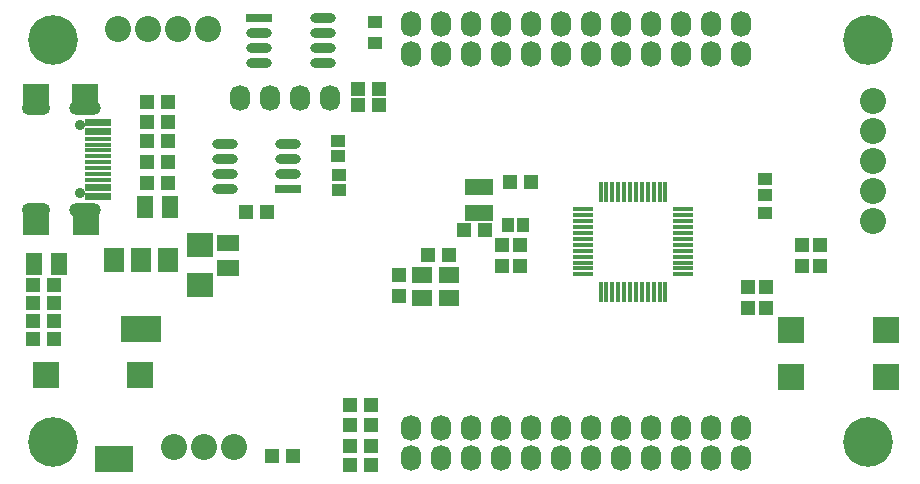
<source format=gts>
G04 Layer_Color=8388736*
%FSLAX44Y44*%
%MOMM*%
G71*
G01*
G75*
%ADD55R,1.2400X0.9900*%
%ADD56R,0.9900X1.2400*%
%ADD57R,2.2032X0.4532*%
%ADD58R,2.2032X2.0032*%
%ADD59R,3.2032X2.2032*%
%ADD60R,1.2032X1.2032*%
%ADD61R,1.2032X1.2032*%
%ADD62R,2.2032X2.2032*%
%ADD63R,1.7032X1.4032*%
%ADD64O,2.2032X0.8032*%
%ADD65R,2.2032X0.8032*%
%ADD66R,1.4032X1.8332*%
%ADD67R,3.4032X2.2032*%
%ADD68R,1.7032X2.0032*%
%ADD69R,1.8032X0.4532*%
%ADD70R,0.4532X1.8032*%
%ADD71O,0.4032X0.5032*%
%ADD72O,0.5032X0.4032*%
%ADD73R,1.8332X1.4032*%
%ADD74R,2.4032X1.4032*%
%ADD75O,2.4032X1.2032*%
%ADD76O,2.7032X1.2032*%
%ADD77C,0.9032*%
%ADD78O,1.7032X2.2032*%
%ADD79C,2.2032*%
%ADD80C,4.2032*%
D55*
X271178Y-115048D02*
D03*
Y-127748D02*
D03*
X271560Y-156704D02*
D03*
Y-144004D02*
D03*
X632680Y-161050D02*
D03*
Y-147080D02*
D03*
Y-176290D02*
D03*
X302040Y-31990D02*
D03*
Y-14210D02*
D03*
D56*
X427750Y-186470D02*
D03*
X415050D02*
D03*
D57*
X68150Y-98290D02*
D03*
Y-105790D02*
D03*
Y-118290D02*
D03*
Y-128290D02*
D03*
Y-133290D02*
D03*
Y-143290D02*
D03*
Y-155790D02*
D03*
Y-163290D02*
D03*
Y-160790D02*
D03*
Y-148290D02*
D03*
Y-153290D02*
D03*
Y-138290D02*
D03*
Y-123290D02*
D03*
Y-113290D02*
D03*
Y-108290D02*
D03*
Y-100790D02*
D03*
D58*
X15064Y-77160D02*
D03*
X56864D02*
D03*
X57436Y-184420D02*
D03*
X15064D02*
D03*
X154432Y-203200D02*
D03*
Y-237490D02*
D03*
D59*
X81280Y-384810D02*
D03*
D60*
X214660Y-382270D02*
D03*
X232630D02*
D03*
X434310Y-149860D02*
D03*
X416340D02*
D03*
X298670Y-373380D02*
D03*
X280700D02*
D03*
Y-389890D02*
D03*
X298670D02*
D03*
X377220Y-190500D02*
D03*
X395190D02*
D03*
X30450Y-283210D02*
D03*
X12480D02*
D03*
X298670Y-355600D02*
D03*
X280700D02*
D03*
Y-339090D02*
D03*
X298670D02*
D03*
X127220Y-133350D02*
D03*
X109250D02*
D03*
X127220Y-115570D02*
D03*
X109250D02*
D03*
X193070Y-175260D02*
D03*
X211040D02*
D03*
X109250Y-99060D02*
D03*
X127220D02*
D03*
X109250Y-151130D02*
D03*
X127220D02*
D03*
X30700Y-252730D02*
D03*
X12730D02*
D03*
Y-267970D02*
D03*
X30700D02*
D03*
X306040Y-71120D02*
D03*
X288070D02*
D03*
X306040Y-85090D02*
D03*
X288070D02*
D03*
X346740Y-212090D02*
D03*
X364710D02*
D03*
X30450Y-237490D02*
D03*
X12480D02*
D03*
X109250Y-82550D02*
D03*
X127220D02*
D03*
D61*
X425450Y-203230D02*
D03*
Y-221200D02*
D03*
X410210Y-203230D02*
D03*
Y-221200D02*
D03*
X633730Y-238790D02*
D03*
Y-256760D02*
D03*
X618490Y-238790D02*
D03*
Y-256760D02*
D03*
X322580Y-228630D02*
D03*
Y-246600D02*
D03*
X664210Y-203200D02*
D03*
Y-221170D02*
D03*
X679450Y-203230D02*
D03*
Y-221200D02*
D03*
D62*
X734690Y-314960D02*
D03*
X654690D02*
D03*
X734690Y-275590D02*
D03*
X654690D02*
D03*
X103500Y-313690D02*
D03*
X23500D02*
D03*
D63*
X342392Y-248158D02*
D03*
Y-228854D02*
D03*
X364998D02*
D03*
Y-248158D02*
D03*
D64*
X174930Y-118110D02*
D03*
Y-130810D02*
D03*
Y-143510D02*
D03*
Y-156210D02*
D03*
X228930Y-118110D02*
D03*
Y-130810D02*
D03*
Y-143510D02*
D03*
X258140Y-49530D02*
D03*
Y-36830D02*
D03*
Y-24130D02*
D03*
Y-11430D02*
D03*
X204140Y-49530D02*
D03*
Y-36830D02*
D03*
Y-24130D02*
D03*
D65*
X228930Y-156210D02*
D03*
X204140Y-11430D02*
D03*
D66*
X128610Y-171450D02*
D03*
X107610D02*
D03*
X34630Y-219710D02*
D03*
X13630D02*
D03*
D67*
X104140Y-274110D02*
D03*
D68*
X127140Y-216110D02*
D03*
X104140D02*
D03*
X81140D02*
D03*
D69*
X563200Y-178160D02*
D03*
X563200Y-183160D02*
D03*
X563200Y-188160D02*
D03*
X563200Y-193160D02*
D03*
X563200Y-198160D02*
D03*
X563200Y-203160D02*
D03*
X563200Y-208160D02*
D03*
X563200Y-213160D02*
D03*
X563200Y-218160D02*
D03*
X563200Y-223160D02*
D03*
X563200Y-228160D02*
D03*
X478200D02*
D03*
X478200Y-223160D02*
D03*
X478200Y-218160D02*
D03*
X478200Y-213160D02*
D03*
X478200Y-208160D02*
D03*
X478200Y-203160D02*
D03*
X478200Y-198160D02*
D03*
X478200Y-193160D02*
D03*
X478200Y-188160D02*
D03*
X478200Y-183160D02*
D03*
X478200Y-178160D02*
D03*
X563200Y-173160D02*
D03*
X478200D02*
D03*
D70*
X493200Y-243160D02*
D03*
Y-158160D02*
D03*
X498200Y-243160D02*
D03*
X503200Y-243160D02*
D03*
X508200Y-243160D02*
D03*
X513200Y-243160D02*
D03*
X518200Y-243160D02*
D03*
X523200Y-243160D02*
D03*
X528200Y-243160D02*
D03*
X533200Y-243160D02*
D03*
X538200Y-243160D02*
D03*
X543200Y-243160D02*
D03*
X548200Y-243160D02*
D03*
Y-158160D02*
D03*
X543200Y-158160D02*
D03*
X538200Y-158160D02*
D03*
X533200Y-158160D02*
D03*
X528200Y-158160D02*
D03*
X523200Y-158160D02*
D03*
X518200Y-158160D02*
D03*
X513200Y-158160D02*
D03*
X508200Y-158160D02*
D03*
X503200Y-158160D02*
D03*
X498200Y-158160D02*
D03*
D71*
X274701Y-115063D02*
D03*
X267232D02*
D03*
X274701Y-127762D02*
D03*
X267232D02*
D03*
X275082Y-156719D02*
D03*
X267614D02*
D03*
X275082Y-144018D02*
D03*
X267614D02*
D03*
X629158Y-161036D02*
D03*
X636626D02*
D03*
X629158Y-147066D02*
D03*
X636626D02*
D03*
X629158Y-176276D02*
D03*
X636626D02*
D03*
X305562Y-32004D02*
D03*
X298094D02*
D03*
X305562Y-14224D02*
D03*
X298094D02*
D03*
D72*
X427736Y-189992D02*
D03*
Y-182524D02*
D03*
X415036Y-189992D02*
D03*
Y-182524D02*
D03*
D73*
X177800Y-201590D02*
D03*
Y-222590D02*
D03*
D74*
X389980Y-176100D02*
D03*
Y-154100D02*
D03*
D75*
X15350Y-173990D02*
D03*
Y-87590D02*
D03*
D76*
X57150Y-173990D02*
D03*
Y-87590D02*
D03*
D77*
X52150Y-159690D02*
D03*
Y-101890D02*
D03*
D78*
X187960Y-78740D02*
D03*
X213360D02*
D03*
X238760D02*
D03*
X264160D02*
D03*
X586740Y-16510D02*
D03*
X561340D02*
D03*
X612140D02*
D03*
X535940D02*
D03*
X459740D02*
D03*
X485140D02*
D03*
X510540D02*
D03*
X408940D02*
D03*
X383540D02*
D03*
X358140D02*
D03*
X434340D02*
D03*
X332740D02*
D03*
X434340Y-41910D02*
D03*
X332740D02*
D03*
X358140D02*
D03*
X383540D02*
D03*
X408940D02*
D03*
X510540D02*
D03*
X485140D02*
D03*
X459740D02*
D03*
X535940D02*
D03*
X612140D02*
D03*
X561340D02*
D03*
X586740D02*
D03*
Y-358140D02*
D03*
X561340D02*
D03*
X612140D02*
D03*
X535940D02*
D03*
X459740D02*
D03*
X485140D02*
D03*
X510540D02*
D03*
X408940D02*
D03*
X383540D02*
D03*
X358140D02*
D03*
X434340D02*
D03*
X332740D02*
D03*
X434340Y-383540D02*
D03*
X332740D02*
D03*
X358140D02*
D03*
X383540D02*
D03*
X408940D02*
D03*
X510540D02*
D03*
X485140D02*
D03*
X459740D02*
D03*
X535940D02*
D03*
X612140D02*
D03*
X561340D02*
D03*
X586740D02*
D03*
D79*
X132334Y-374142D02*
D03*
X157734D02*
D03*
X183134D02*
D03*
X723900Y-106680D02*
D03*
Y-132080D02*
D03*
Y-157480D02*
D03*
Y-182880D02*
D03*
Y-81280D02*
D03*
X161290Y-20320D02*
D03*
X135890D02*
D03*
X110490D02*
D03*
X85090D02*
D03*
D80*
X30000Y-30000D02*
D03*
Y-370000D02*
D03*
X720000D02*
D03*
Y-30000D02*
D03*
M02*

</source>
